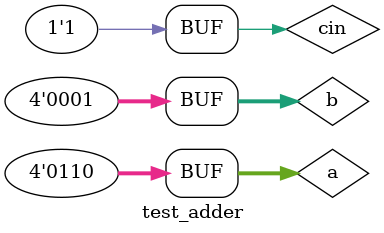
<source format=v>
`timescale 1ns / 1ps


module test_adder;
    reg [3:0] a;
    reg [3:0] b;
    reg cin;
    wire [3:0] sum;
    wire cout;
    
    full_adder_4bit dut(a,b,cin,
                sum,cout);
    
    initial
    begin
      a=4'b0000;
      b=4'b0000;
      cin=1'b0;
      #50;
      a=4'b0101;
      b=4'b1010;
      //sum=1111,cout=0;
      #50;
      a=4'b1111;
      b=4'b0001;
      //sum=0000,cout=1
      #50;
      a=4'b0000;
      b=4'b1111;
      cin=1'b1;
      //sum=0000,cout=1
      #50;
      a=4'b0110;
      b=4'b0001;
      //sum=1000,cout=0
      end //initial begin
endmodule

</source>
